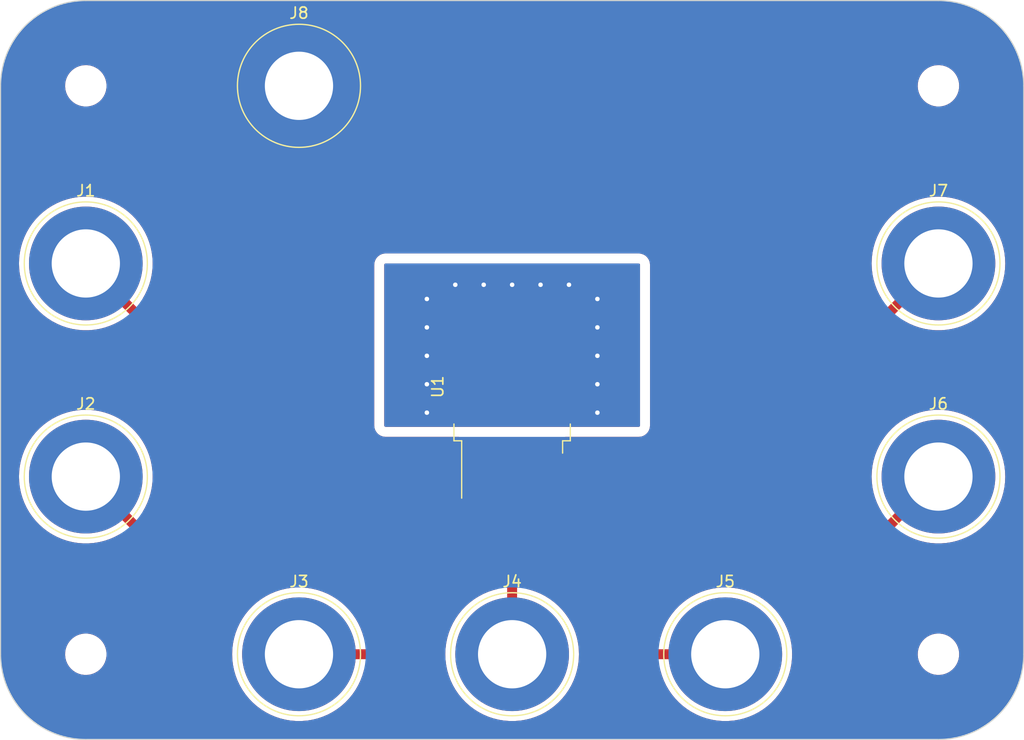
<source format=kicad_pcb>
(kicad_pcb (version 20221018) (generator pcbnew)
  (layers (0 "F.Cu" signal) (31 "B.Cu" signal) (34 "B.Paste" user) (35 "F.Paste" user) (36 "B.SilkS" user "B.Silkscreen") (37 "F.SilkS" user "F.Silkscreen") (38 "B.Mask" user) (39 "F.Mask" user) (44 "Edge.Cuts" user))
  (net 0 "")
  (net 1 "Net-(J1-Pin_1)")
  (net 2 "Net-(J2-Pin_1)")
  (net 3 "Net-(J3-Pin_1)")
  (net 4 "Net-(J4-Pin_1)")
  (net 5 "Net-(J5-Pin_1)")
  (net 6 "Net-(J6-Pin_1)")
  (net 7 "Net-(J7-Pin_1)")
  (net 8 "GND")
  (footprint "MountingHole:MountingHole_3.2mm_M3" (layer "F.Cu") (at 127 101.6)
    (fp_text reference "REF**" hide)
    (fp_text value "MountingHole_3.2mm_M3" hide)
    (pad "" np_thru_hole circle locked (at 0 0) (size 3.2 3.2) (drill 3.2) (layers "F&B.Cu" "*.Mask"))
  )
  (footprint "Connector:Banana_Jack_1Pin" (layer "F.Cu") (at 69.85 50.8)
    (fp_text reference "J8" (at 0 -6.5) (layer "F.SilkS"))
    (fp_text value "Conn_01x01")
    (fp_circle (center 0 0) (end 5.5 0) (stroke (width 0.12)) (fill none) (layer "F.SilkS"))
    (pad "1" thru_hole circle (at 0 0) (size 10.16 10.16) (drill 6.1) (layers "*.Cu" "*.Mask") (net 8 "GND"))
  )
  (footprint "MountingHole:MountingHole_3.2mm_M3" (layer "F.Cu") (at 50.8 101.6)
    (fp_text reference "REF**" hide)
    (fp_text value "MountingHole_3.2mm_M3" hide)
    (pad "" np_thru_hole circle locked (at 0 0) (size 3.2 3.2) (drill 3.2) (layers "F&B.Cu" "*.Mask"))
  )
  (footprint "MountingHole:MountingHole_3.2mm_M3" (layer "F.Cu") (at 50.8 50.8)
    (fp_text reference "REF**" hide)
    (fp_text value "MountingHole_3.2mm_M3" hide)
    (pad "" np_thru_hole circle locked (at 0 0) (size 3.2 3.2) (drill 3.2) (layers "*.Cu" "*.Mask"))
  )
  (footprint "Connector:Banana_Jack_1Pin" (layer "F.Cu") (at 88.9 101.6)
    (fp_text reference "J4" (at 0 -6.5) (layer "F.SilkS"))
    (fp_text value "Conn_01x01")
    (fp_circle (center 0 0) (end 5.5 0) (stroke (width 0.12)) (fill none) (layer "F.SilkS"))
    (pad "1" thru_hole circle (at 0 0) (size 10.16 10.16) (drill 6.1) (layers "*.Cu" "*.Mask") (net 4 "Net-(J4-Pin_1)"))
  )
  (footprint "Connector:Banana_Jack_1Pin" (layer "F.Cu") (at 50.8 66.675)
    (fp_text reference "J1" (at 0 -6.5) (layer "F.SilkS"))
    (fp_text value "Conn_01x01")
    (fp_circle (center 0 0) (end 5.5 0) (stroke (width 0.12)) (fill none) (layer "F.SilkS"))
    (pad "1" thru_hole circle (at 0 0) (size 10.16 10.16) (drill 6.1) (layers "*.Cu" "*.Mask") (net 1 "Net-(J1-Pin_1)"))
  )
  (footprint "Connector:Banana_Jack_1Pin" (layer "F.Cu") (at 69.85 101.6)
    (fp_text reference "J3" (at 0 -6.5) (layer "F.SilkS"))
    (fp_text value "Conn_01x01")
    (fp_circle (center 0 0) (end 5.5 0) (stroke (width 0.12)) (fill none) (layer "F.SilkS"))
    (pad "1" thru_hole circle (at 0 0) (size 10.16 10.16) (drill 6.1) (layers "*.Cu" "*.Mask") (net 3 "Net-(J3-Pin_1)"))
  )
  (footprint "Connector:Banana_Jack_1Pin" (layer "F.Cu") (at 127 85.725)
    (fp_text reference "J6" (at 0 -6.5) (layer "F.SilkS"))
    (fp_text value "Conn_01x01")
    (fp_circle (center 0 0) (end 5.5 0) (stroke (width 0.12)) (fill none) (layer "F.SilkS"))
    (pad "1" thru_hole circle (at 0 0) (size 10.16 10.16) (drill 6.1) (layers "*.Cu" "*.Mask") (net 6 "Net-(J6-Pin_1)"))
  )
  (footprint "Connector:Banana_Jack_1Pin" (layer "F.Cu") (at 107.95 101.6)
    (fp_text reference "J5" (at 0 -6.5) (layer "F.SilkS"))
    (fp_text value "Conn_01x01")
    (fp_circle (center 0 0) (end 5.5 0) (stroke (width 0.12)) (fill none) (layer "F.SilkS"))
    (pad "1" thru_hole circle (at 0 0) (size 10.16 10.16) (drill 6.1) (layers "*.Cu" "*.Mask") (net 5 "Net-(J5-Pin_1)"))
  )
  (footprint "MountingHole:MountingHole_3.2mm_M3" (layer "F.Cu") (at 127 50.8)
    (fp_text reference "REF**" hide)
    (fp_text value "MountingHole_3.2mm_M3" hide)
    (pad "" np_thru_hole circle locked (at 0 0) (size 3.2 3.2) (drill 3.2) (layers "F&B.Cu" "*.Mask"))
  )
  (footprint "Connector:Banana_Jack_1Pin" (layer "F.Cu") (at 50.8 85.725)
    (fp_text reference "J2" (at 0 -6.5) (layer "F.SilkS"))
    (fp_text value "Conn_01x01")
    (fp_circle (center 0 0) (end 5.5 0) (stroke (width 0.12)) (fill none) (layer "F.SilkS"))
    (pad "1" thru_hole circle (at 0 0) (size 10.16 10.16) (drill 6.1) (layers "*.Cu" "*.Mask") (net 2 "Net-(J2-Pin_1)"))
  )
  (footprint "Connector:Banana_Jack_1Pin" (layer "F.Cu") (at 127 66.675)
    (fp_text reference "J7" (at 0 -6.5) (layer "F.SilkS"))
    (fp_text value "Conn_01x01")
    (fp_circle (center 0 0) (end 5.5 0) (stroke (width 0.12)) (fill none) (layer "F.SilkS"))
    (pad "1" thru_hole circle (at 0 0) (size 10.16 10.16) (drill 6.1) (layers "*.Cu" "*.Mask") (net 7 "Net-(J7-Pin_1)"))
  )
  (footprint "Package_TO_SOT_SMD:TO-263-7_TabPin4" (layer "F.Cu") (at 88.9 77.7 90)
    (fp_text reference "U1" (at 0 -6.65 90) (layer "F.SilkS"))
    (fp_text value "Conn_01x07")
    (fp_line (start -4.825 -5.2) (end -4.825 -4.51) (stroke (width 0.12)) (layer "F.SilkS"))
    (fp_line (start -4.825 -4.51) (end -9.95 -4.51) (stroke (width 0.12)) (layer "F.SilkS"))
    (fp_line (start -4.825 4.51) (end -5.925 4.51) (stroke (width 0.12)) (layer "F.SilkS"))
    (fp_line (start -4.825 5.2) (end -4.825 4.51) (stroke (width 0.12)) (layer "F.SilkS"))
    (fp_line (start -3.325 -5.2) (end -4.825 -5.2) (stroke (width 0.12)) (layer "F.SilkS"))
    (fp_line (start -3.325 5.2) (end -4.825 5.2) (stroke (width 0.12)) (layer "F.SilkS"))
    (pad "1" smd roundrect (at -7.65 -3.81 90) (size 4.6 0.8) (layers "F.Cu" "F.Paste" "F.Mask") (net 1 "Net-(J1-Pin_1)"))
    (pad "2" smd roundrect (at -7.65 -2.54 90) (size 4.6 0.8) (layers "F.Cu" "F.Paste" "F.Mask") (net 2 "Net-(J2-Pin_1)"))
    (pad "3" smd roundrect (at -7.65 -1.27 90) (size 4.6 0.8) (layers "F.Cu" "F.Paste" "F.Mask") (net 3 "Net-(J3-Pin_1)"))
    (pad "4" smd roundrect (at -7.65 0 90) (size 4.6 0.8) (layers "F.Cu" "F.Paste" "F.Mask") (net 4 "Net-(J4-Pin_1)"))
    (pad "4" smd roundrect (at -0.925 -2.775 90) (size 4.55 5.25) (layers "F.Cu" "F.Paste") (roundrect_rratio 0.054945) (net 4 "Net-(J4-Pin_1)"))
    (pad "4" smd roundrect (at -0.925 2.775 90) (size 4.55 5.25) (layers "F.Cu" "F.Paste") (roundrect_rratio 0.054945) (net 4 "Net-(J4-Pin_1)"))
    (pad "4" smd roundrect (at 1.5 0 90) (size 9.4 10.8) (layers "F.Cu" "F.Mask") (roundrect_rratio 0.026596) (net 4 "Net-(J4-Pin_1)"))
    (pad "4" smd roundrect (at 3.925 -2.775 90) (size 4.55 5.25) (layers "F.Cu" "F.Paste") (roundrect_rratio 0.054945) (net 4 "Net-(J4-Pin_1)"))
    (pad "4" smd roundrect (at 3.925 2.775 90) (size 4.55 5.25) (layers "F.Cu" "F.Paste") (roundrect_rratio 0.054945) (net 4 "Net-(J4-Pin_1)"))
    (pad "5" smd roundrect (at -7.65 1.27 90) (size 4.6 0.8) (layers "F.Cu" "F.Paste" "F.Mask") (net 5 "Net-(J5-Pin_1)"))
    (pad "6" smd roundrect (at -7.65 2.54 90) (size 4.6 0.8) (layers "F.Cu" "F.Paste" "F.Mask") (net 6 "Net-(J6-Pin_1)"))
    (pad "7" smd roundrect (at -7.65 3.81 90) (size 4.6 0.8) (layers "F.Cu" "F.Paste" "F.Mask") (net 7 "Net-(J7-Pin_1)"))
  )
  (gr_line (start 50.8 43.18) (end 127 43.18) (stroke (width 0.1)) (layer "Edge.Cuts"))
  (gr_arc (start 50.8 109.22) (mid 45.411846 106.988154) (end 43.18 101.6) (stroke (width 0.1)) (layer "Edge.Cuts"))
  (gr_line (start 134.62 50.8) (end 134.62 101.6) (stroke (width 0.1)) (layer "Edge.Cuts"))
  (gr_line (start 127 109.22) (end 50.8 109.22) (stroke (width 0.1)) (layer "Edge.Cuts"))
  (gr_line (start 43.18 101.6) (end 43.18 50.8) (stroke (width 0.1)) (layer "Edge.Cuts"))
  (gr_arc (start 134.62 101.6) (mid 132.388154 106.988154) (end 127 109.22) (stroke (width 0.1)) (layer "Edge.Cuts"))
  (gr_arc (start 127 43.18) (mid 132.388154 45.411846) (end 134.62 50.8) (stroke (width 0.1)) (layer "Edge.Cuts"))
  (gr_arc (start 43.18 50.8) (mid 45.411846 45.411846) (end 50.8 43.18) (stroke (width 0.1)) (layer "Edge.Cuts"))
  (segment (start 85.09 87.65) (end 83.84 88.9) (width 0.889) (layer "F.Cu") (net 1))
  (segment (start 73.025 88.9) (end 50.8 66.675) (width 0.889) (layer "F.Cu") (net 1))
  (segment (start 85.09 85.35) (end 85.09 87.65) (width 0.889) (layer "F.Cu") (net 1))
  (segment (start 83.84 88.9) (end 73.025 88.9) (width 0.889) (layer "F.Cu") (net 1))
  (segment (start 56.515 91.44) (end 50.8 85.725) (width 0.889) (layer "F.Cu") (net 2))
  (segment (start 83.82 91.44) (end 56.515 91.44) (width 0.889) (layer "F.Cu") (net 2))
  (segment (start 86.36 85.35) (end 86.36 88.9) (width 0.889) (layer "F.Cu") (net 2))
  (segment (start 86.36 88.9) (end 83.82 91.44) (width 0.889) (layer "F.Cu") (net 2))
  (segment (start 87.63 85.35) (end 87.63 90.17) (width 0.889) (layer "F.Cu") (net 3))
  (segment (start 87.63 90.17) (end 76.2 101.6) (width 0.889) (layer "F.Cu") (net 3))
  (segment (start 76.2 101.6) (end 69.85 101.6) (width 0.889) (layer "F.Cu") (net 3))
  (segment (start 88.9 85.35) (end 88.9 101.6) (width 0.889) (layer "F.Cu") (net 4))
  (via (at 96.52 77.47) (size 0.8) (drill 0.4) (layers "F.Cu" "B.Cu") (net 4))
  (via (at 96.52 74.93) (size 0.8) (drill 0.4) (layers "F.Cu" "B.Cu") (net 4))
  (via (at 86.36 68.58) (size 0.8) (drill 0.4) (layers "F.Cu" "B.Cu") (net 4))
  (via (at 81.28 72.39) (size 0.8) (drill 0.4) (layers "F.Cu" "B.Cu") (net 4))
  (via (at 91.44 68.58) (size 0.8) (drill 0.4) (layers "F.Cu" "B.Cu") (net 4))
  (via (at 93.98 68.58) (size 0.8) (drill 0.4) (layers "F.Cu" "B.Cu") (net 4))
  (via (at 81.28 74.93) (size 0.8) (drill 0.4) (layers "F.Cu" "B.Cu") (net 4))
  (via (at 81.28 80.01) (size 0.8) (drill 0.4) (layers "F.Cu" "B.Cu") (net 4))
  (via (at 81.28 69.85) (size 0.8) (drill 0.4) (layers "F.Cu" "B.Cu") (net 4))
  (via (at 83.82 68.58) (size 0.8) (drill 0.4) (layers "F.Cu" "B.Cu") (net 4))
  (via (at 96.52 69.85) (size 0.8) (drill 0.4) (layers "F.Cu" "B.Cu") (net 4))
  (via (at 96.52 80.01) (size 0.8) (drill 0.4) (layers "F.Cu" "B.Cu") (net 4))
  (via (at 81.28 77.47) (size 0.8) (drill 0.4) (layers "F.Cu" "B.Cu") (net 4))
  (via (at 88.9 68.58) (size 0.8) (drill 0.4) (layers "F.Cu" "B.Cu") (net 4))
  (via (at 96.52 72.39) (size 0.8) (drill 0.4) (layers "F.Cu" "B.Cu") (net 4))
  (segment (start 90.17 85.35) (end 90.17 90.17) (width 0.889) (layer "F.Cu") (net 5))
  (segment (start 101.6 101.6) (end 107.95 101.6) (width 0.889) (layer "F.Cu") (net 5))
  (segment (start 90.17 90.17) (end 101.6 101.6) (width 0.889) (layer "F.Cu") (net 5))
  (segment (start 121.285 91.44) (end 127 85.725) (width 0.889) (layer "F.Cu") (net 6))
  (segment (start 93.98 91.44) (end 121.285 91.44) (width 0.889) (layer "F.Cu") (net 6))
  (segment (start 91.44 88.9) (end 93.98 91.44) (width 0.889) (layer "F.Cu") (net 6))
  (segment (start 91.44 85.35) (end 91.44 88.9) (width 0.889) (layer "F.Cu") (net 6))
  (segment (start 104.775 88.9) (end 127 66.675) (width 0.889) (layer "F.Cu") (net 7))
  (segment (start 92.71 87.63) (end 93.98 88.9) (width 0.889) (layer "F.Cu") (net 7))
  (segment (start 92.71 85.35) (end 92.71 87.63) (width 0.889) (layer "F.Cu") (net 7))
  (segment (start 93.98 88.9) (end 104.775 88.9) (width 0.889) (layer "F.Cu") (net 7))
  (zone (net 8) (net_name "GND") (layer "F.Cu") (priority 1) (connect_pads (clearance 0.889)) (min_thickness 0.25) (fill yes (thermal_gap 0.889) (thermal_bridge_width 0.5))
    (polygon (pts (xy 43.18 43.18) (xy 134.62 43.18) (xy 134.62 109.22) (xy 43.18 109.22)))
  )
  (zone (net 4) (net_name "Net-(J4-Pin_1)") (layer "F.Cu") (priority 3) (connect_pads yes (clearance 0.889)) (min_thickness 0.25) (fill yes (thermal_gap 0.5) (thermal_bridge_width 0.5))
    (polygon (pts (xy 77.47 66.675) (xy 100.33 66.675) (xy 100.33 81.28) (xy 77.47 81.28)))
  )
  (zone (net 8) (net_name "GND") (layer "B.Cu") (connect_pads yes (clearance 0.889)) (min_thickness 0.25) (fill yes (thermal_gap 0.5) (thermal_bridge_width 0.5))
    (polygon (pts (xy 43.18 43.18) (xy 134.62 43.18) (xy 134.62 109.22) (xy 43.18 109.22)))
  )
  (zone (net 4) (net_name "Net-(J4-Pin_1)") (layer "B.Cu") (priority 1) (connect_pads yes (clearance 0.889)) (min_thickness 0.25) (fill yes (thermal_gap 0.5) (thermal_bridge_width 0.5))
    (polygon (pts (xy 77.47 66.675) (xy 100.33 66.675) (xy 100.33 81.28) (xy 77.47 81.28)))
  )
)
</source>
